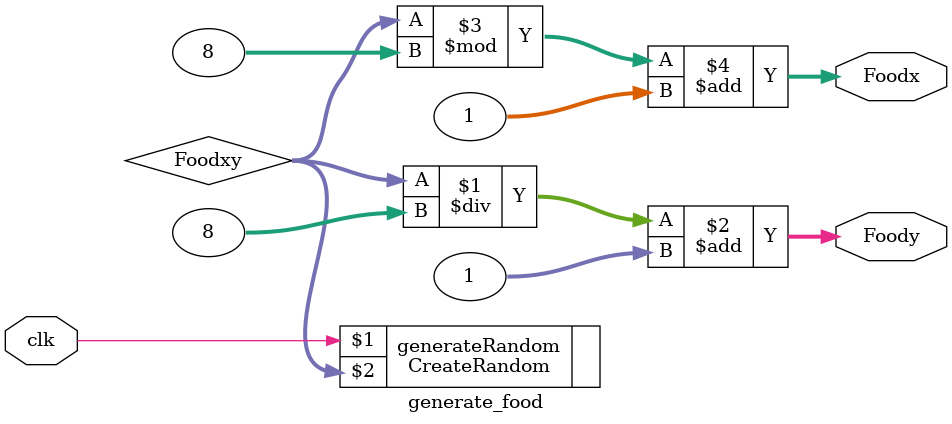
<source format=sv>
`timescale 1ns / 1ps


module generate_food(input logic clk,
output integer Foodx,Foody

    );
    
    logic [5:0]Foodxy;
    CreateRandom generateRandom(clk,Foodxy );
       assign Foody= Foodxy / 8 +1 ;
        assign Foodx= Foodxy % 8 +1;
    
    
endmodule

</source>
